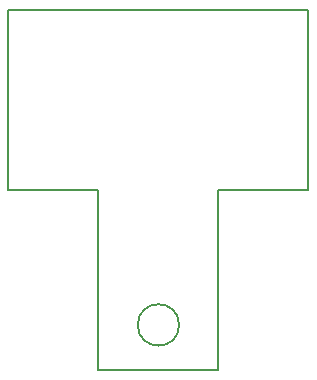
<source format=gbr>
G04 #@! TF.GenerationSoftware,KiCad,Pcbnew,no-vcs-found-3ad3869~61~ubuntu16.04.1*
G04 #@! TF.CreationDate,2018-02-09T16:07:16+01:00*
G04 #@! TF.ProjectId,Lidar,4C696461722E6B696361645F70636200,rev?*
G04 #@! TF.SameCoordinates,Original*
G04 #@! TF.FileFunction,Profile,NP*
%FSLAX46Y46*%
G04 Gerber Fmt 4.6, Leading zero omitted, Abs format (unit mm)*
G04 Created by KiCad (PCBNEW no-vcs-found-3ad3869~61~ubuntu16.04.1) date Fri Feb  9 16:07:16 2018*
%MOMM*%
%LPD*%
G01*
G04 APERTURE LIST*
%ADD10C,0.150000*%
G04 APERTURE END LIST*
D10*
X80950000Y-97460000D02*
X82220000Y-97460000D01*
X80950000Y-82220000D02*
X82220000Y-82220000D01*
X105080000Y-82220000D02*
X106350000Y-82220000D01*
X105080000Y-97460000D02*
X106350000Y-97460000D01*
X98730000Y-97460000D02*
X98730000Y-112700000D01*
X88570000Y-97460000D02*
X88570000Y-112700000D01*
X80950000Y-82220000D02*
X80950000Y-97460000D01*
X105080000Y-82220000D02*
X82220000Y-82220000D01*
X106350000Y-97460000D02*
X106350000Y-82220000D01*
X98730000Y-97460000D02*
X105080000Y-97460000D01*
X82220000Y-97460000D02*
X88570000Y-97460000D01*
X88570000Y-112700000D02*
X98730000Y-112700000D01*
X95401100Y-108878400D02*
G75*
G03X95401100Y-108878400I-1750000J0D01*
G01*
M02*

</source>
